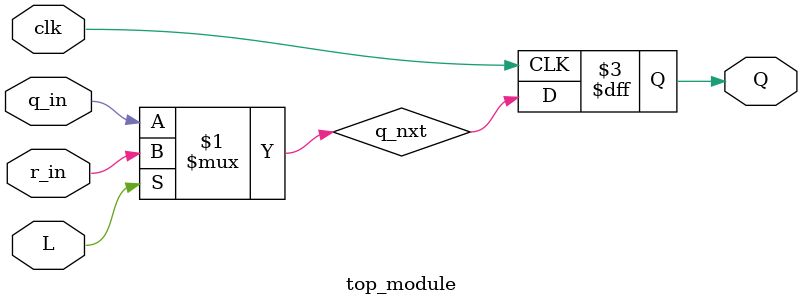
<source format=v>
module top_module (
	input clk,
	input L,
	input r_in,
	input q_in,
	output reg Q
);

wire q_nxt = L ? r_in : q_in;
always @(posedge clk) Q <= q_nxt;

endmodule
</source>
